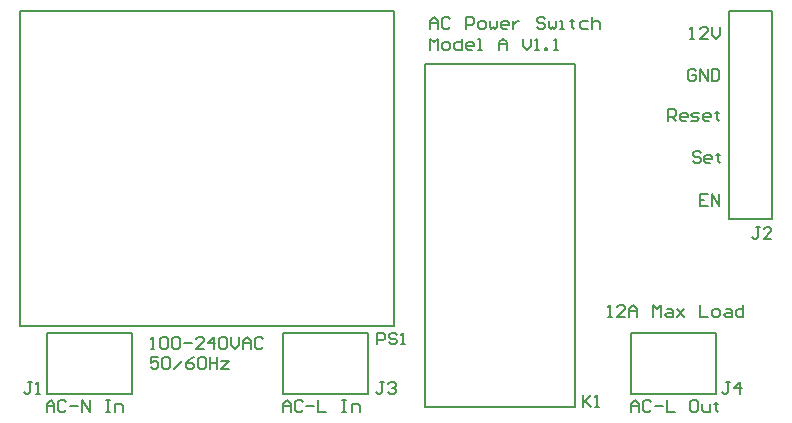
<source format=gto>
G04*
G04 #@! TF.GenerationSoftware,Altium Limited,Altium Designer,19.0.5 (141)*
G04*
G04 Layer_Color=65535*
%FSLAX25Y25*%
%MOIN*%
G70*
G01*
G75*
%ADD10C,0.00787*%
D10*
X2559Y30118D02*
Y135236D01*
X127362D01*
Y30118D02*
Y135236D01*
X2559Y30118D02*
X127362D01*
X238976Y65748D02*
Y135039D01*
Y65748D02*
X253150D01*
Y135039D01*
X238976D02*
X253150D01*
X137402Y3150D02*
Y117323D01*
Y3150D02*
X187402D01*
Y117323D01*
X137402D02*
X187402D01*
X11417Y7480D02*
X39764D01*
X11417Y27953D02*
X39764D01*
Y7480D02*
Y27953D01*
X11417Y7480D02*
Y27953D01*
X90158D02*
X118504D01*
X90158Y7480D02*
X118504D01*
X90158D02*
Y27953D01*
X118504Y7480D02*
Y27953D01*
X206299D02*
X234646D01*
X206299Y7480D02*
X234646D01*
X206299D02*
Y27953D01*
X234646Y7480D02*
Y27953D01*
X198425Y33071D02*
X199737D01*
X199081D01*
Y37007D01*
X198425Y36351D01*
X204329Y33071D02*
X201705D01*
X204329Y35695D01*
Y36351D01*
X203673Y37007D01*
X202361D01*
X201705Y36351D01*
X205641Y33071D02*
Y35695D01*
X206953Y37007D01*
X208264Y35695D01*
Y33071D01*
Y35039D01*
X205641D01*
X213512Y33071D02*
Y37007D01*
X214824Y35695D01*
X216136Y37007D01*
Y33071D01*
X218104Y35695D02*
X219416D01*
X220072Y35039D01*
Y33071D01*
X218104D01*
X217448Y33727D01*
X218104Y34383D01*
X220072D01*
X221384Y35695D02*
X224008Y33071D01*
X222696Y34383D01*
X224008Y35695D01*
X221384Y33071D01*
X229255Y37007D02*
Y33071D01*
X231879D01*
X233847D02*
X235159D01*
X235815Y33727D01*
Y35039D01*
X235159Y35695D01*
X233847D01*
X233191Y35039D01*
Y33727D01*
X233847Y33071D01*
X237783Y35695D02*
X239094D01*
X239751Y35039D01*
Y33071D01*
X237783D01*
X237127Y33727D01*
X237783Y34383D01*
X239751D01*
X243686Y37007D02*
Y33071D01*
X241718D01*
X241062Y33727D01*
Y35039D01*
X241718Y35695D01*
X243686D01*
X48687Y19684D02*
X46063D01*
Y17716D01*
X47375Y18372D01*
X48031D01*
X48687Y17716D01*
Y16404D01*
X48031Y15748D01*
X46719D01*
X46063Y16404D01*
X49999Y19028D02*
X50655Y19684D01*
X51967D01*
X52623Y19028D01*
Y16404D01*
X51967Y15748D01*
X50655D01*
X49999Y16404D01*
Y19028D01*
X53935Y15748D02*
X56558Y18372D01*
X60494Y19684D02*
X59182Y19028D01*
X57870Y17716D01*
Y16404D01*
X58526Y15748D01*
X59838D01*
X60494Y16404D01*
Y17060D01*
X59838Y17716D01*
X57870D01*
X61806Y19028D02*
X62462Y19684D01*
X63774D01*
X64430Y19028D01*
Y16404D01*
X63774Y15748D01*
X62462D01*
X61806Y16404D01*
Y19028D01*
X65742Y19684D02*
Y15748D01*
Y17716D01*
X68366D01*
Y19684D01*
Y15748D01*
X69677Y18372D02*
X72301D01*
X69677Y15748D01*
X72301D01*
X46063Y22441D02*
X47375D01*
X46719D01*
Y26377D01*
X46063Y25721D01*
X49343D02*
X49999Y26377D01*
X51311D01*
X51967Y25721D01*
Y23097D01*
X51311Y22441D01*
X49999D01*
X49343Y23097D01*
Y25721D01*
X53278D02*
X53935Y26377D01*
X55246D01*
X55902Y25721D01*
Y23097D01*
X55246Y22441D01*
X53935D01*
X53278Y23097D01*
Y25721D01*
X57214Y24409D02*
X59838D01*
X63774Y22441D02*
X61150D01*
X63774Y25065D01*
Y25721D01*
X63118Y26377D01*
X61806D01*
X61150Y25721D01*
X67054Y22441D02*
Y26377D01*
X65086Y24409D01*
X67710D01*
X69021Y25721D02*
X69677Y26377D01*
X70989D01*
X71645Y25721D01*
Y23097D01*
X70989Y22441D01*
X69677D01*
X69021Y23097D01*
Y25721D01*
X72957Y26377D02*
Y23753D01*
X74269Y22441D01*
X75581Y23753D01*
Y26377D01*
X76893Y22441D02*
Y25065D01*
X78205Y26377D01*
X79517Y25065D01*
Y22441D01*
Y24409D01*
X76893D01*
X83452Y25721D02*
X82797Y26377D01*
X81485D01*
X80829Y25721D01*
Y23097D01*
X81485Y22441D01*
X82797D01*
X83452Y23097D01*
X139370Y122047D02*
Y125983D01*
X140682Y124671D01*
X141994Y125983D01*
Y122047D01*
X143962D02*
X145274D01*
X145930Y122703D01*
Y124015D01*
X145274Y124671D01*
X143962D01*
X143306Y124015D01*
Y122703D01*
X143962Y122047D01*
X149865Y125983D02*
Y122047D01*
X147898D01*
X147242Y122703D01*
Y124015D01*
X147898Y124671D01*
X149865D01*
X153145Y122047D02*
X151833D01*
X151177Y122703D01*
Y124015D01*
X151833Y124671D01*
X153145D01*
X153801Y124015D01*
Y123359D01*
X151177D01*
X155113Y122047D02*
X156425D01*
X155769D01*
Y125983D01*
X155113D01*
X162329Y122047D02*
Y124671D01*
X163640Y125983D01*
X164952Y124671D01*
Y122047D01*
Y124015D01*
X162329D01*
X170200Y125983D02*
Y123359D01*
X171512Y122047D01*
X172824Y123359D01*
Y125983D01*
X174136Y122047D02*
X175448D01*
X174792D01*
Y125983D01*
X174136Y125327D01*
X177416Y122047D02*
Y122703D01*
X178071D01*
Y122047D01*
X177416D01*
X180695D02*
X182007D01*
X181351D01*
Y125983D01*
X180695Y125327D01*
X139370Y129134D02*
Y131758D01*
X140682Y133070D01*
X141994Y131758D01*
Y129134D01*
Y131102D01*
X139370D01*
X145930Y132414D02*
X145274Y133070D01*
X143962D01*
X143306Y132414D01*
Y129790D01*
X143962Y129134D01*
X145274D01*
X145930Y129790D01*
X151177Y129134D02*
Y133070D01*
X153145D01*
X153801Y132414D01*
Y131102D01*
X153145Y130446D01*
X151177D01*
X155769Y129134D02*
X157081D01*
X157737Y129790D01*
Y131102D01*
X157081Y131758D01*
X155769D01*
X155113Y131102D01*
Y129790D01*
X155769Y129134D01*
X159049Y131758D02*
Y129790D01*
X159705Y129134D01*
X160361Y129790D01*
X161017Y129134D01*
X161673Y129790D01*
Y131758D01*
X164952Y129134D02*
X163640D01*
X162985Y129790D01*
Y131102D01*
X163640Y131758D01*
X164952D01*
X165608Y131102D01*
Y130446D01*
X162985D01*
X166920Y131758D02*
Y129134D01*
Y130446D01*
X167576Y131102D01*
X168232Y131758D01*
X168888D01*
X177416Y132414D02*
X176760Y133070D01*
X175448D01*
X174792Y132414D01*
Y131758D01*
X175448Y131102D01*
X176760D01*
X177416Y130446D01*
Y129790D01*
X176760Y129134D01*
X175448D01*
X174792Y129790D01*
X178727Y131758D02*
Y129790D01*
X179383Y129134D01*
X180039Y129790D01*
X180695Y129134D01*
X181351Y129790D01*
Y131758D01*
X182663Y129134D02*
X183975D01*
X183319D01*
Y131758D01*
X182663D01*
X186599Y132414D02*
Y131758D01*
X185943D01*
X187255D01*
X186599D01*
Y129790D01*
X187255Y129134D01*
X191847Y131758D02*
X189879D01*
X189223Y131102D01*
Y129790D01*
X189879Y129134D01*
X191847D01*
X193158Y133070D02*
Y129134D01*
Y131102D01*
X193815Y131758D01*
X195126D01*
X195782Y131102D01*
Y129134D01*
X206299Y1575D02*
Y4199D01*
X207611Y5511D01*
X208923Y4199D01*
Y1575D01*
Y3543D01*
X206299D01*
X212859Y4855D02*
X212203Y5511D01*
X210891D01*
X210235Y4855D01*
Y2231D01*
X210891Y1575D01*
X212203D01*
X212859Y2231D01*
X214171Y3543D02*
X216794D01*
X218106Y5511D02*
Y1575D01*
X220730D01*
X227946Y5511D02*
X226634D01*
X225978Y4855D01*
Y2231D01*
X226634Y1575D01*
X227946D01*
X228602Y2231D01*
Y4855D01*
X227946Y5511D01*
X229914Y4199D02*
Y2231D01*
X230570Y1575D01*
X232538D01*
Y4199D01*
X234505Y4855D02*
Y4199D01*
X233849D01*
X235161D01*
X234505D01*
Y2231D01*
X235161Y1575D01*
X90158D02*
Y4199D01*
X91469Y5511D01*
X92781Y4199D01*
Y1575D01*
Y3543D01*
X90158D01*
X96717Y4855D02*
X96061Y5511D01*
X94749D01*
X94093Y4855D01*
Y2231D01*
X94749Y1575D01*
X96061D01*
X96717Y2231D01*
X98029Y3543D02*
X100653D01*
X101965Y5511D02*
Y1575D01*
X104588D01*
X109836Y5511D02*
X111148D01*
X110492D01*
Y1575D01*
X109836D01*
X111148D01*
X113116D02*
Y4199D01*
X115084D01*
X115740Y3543D01*
Y1575D01*
X11417D02*
Y4199D01*
X12729Y5511D01*
X14041Y4199D01*
Y1575D01*
Y3543D01*
X11417D01*
X17977Y4855D02*
X17321Y5511D01*
X16009D01*
X15353Y4855D01*
Y2231D01*
X16009Y1575D01*
X17321D01*
X17977Y2231D01*
X19289Y3543D02*
X21913D01*
X23224Y1575D02*
Y5511D01*
X25848Y1575D01*
Y5511D01*
X31096D02*
X32408D01*
X31752D01*
Y1575D01*
X31096D01*
X32408D01*
X34376D02*
Y4199D01*
X36344D01*
X37000Y3543D01*
Y1575D01*
X231758Y74015D02*
X229134D01*
Y70079D01*
X231758D01*
X229134Y72047D02*
X230446D01*
X233070Y70079D02*
Y74015D01*
X235693Y70079D01*
Y74015D01*
X229396Y87925D02*
X228740Y88581D01*
X227428D01*
X226772Y87925D01*
Y87270D01*
X227428Y86614D01*
X228740D01*
X229396Y85958D01*
Y85302D01*
X228740Y84646D01*
X227428D01*
X226772Y85302D01*
X232675Y84646D02*
X231363D01*
X230707Y85302D01*
Y86614D01*
X231363Y87270D01*
X232675D01*
X233331Y86614D01*
Y85958D01*
X230707D01*
X235299Y87925D02*
Y87270D01*
X234643D01*
X235955D01*
X235299D01*
Y85302D01*
X235955Y84646D01*
X218504Y98425D02*
Y102361D01*
X220472D01*
X221128Y101705D01*
Y100393D01*
X220472Y99737D01*
X218504D01*
X219816D02*
X221128Y98425D01*
X224408D02*
X223096D01*
X222440Y99081D01*
Y100393D01*
X223096Y101049D01*
X224408D01*
X225063Y100393D01*
Y99737D01*
X222440D01*
X226375Y98425D02*
X228343D01*
X228999Y99081D01*
X228343Y99737D01*
X227031D01*
X226375Y100393D01*
X227031Y101049D01*
X228999D01*
X232279Y98425D02*
X230967D01*
X230311Y99081D01*
Y100393D01*
X230967Y101049D01*
X232279D01*
X232935Y100393D01*
Y99737D01*
X230311D01*
X234903Y101705D02*
Y101049D01*
X234247D01*
X235559D01*
X234903D01*
Y99081D01*
X235559Y98425D01*
X227821Y115091D02*
X227165Y115747D01*
X225853D01*
X225197Y115091D01*
Y112467D01*
X225853Y111811D01*
X227165D01*
X227821Y112467D01*
Y113779D01*
X226509D01*
X229133Y111811D02*
Y115747D01*
X231756Y111811D01*
Y115747D01*
X233068D02*
Y111811D01*
X235036D01*
X235692Y112467D01*
Y115091D01*
X235036Y115747D01*
X233068D01*
X225984Y125984D02*
X227296D01*
X226640D01*
Y129920D01*
X225984Y129264D01*
X231888Y125984D02*
X229264D01*
X231888Y128608D01*
Y129264D01*
X231232Y129920D01*
X229920D01*
X229264Y129264D01*
X233200Y129920D02*
Y127296D01*
X234512Y125984D01*
X235824Y127296D01*
Y129920D01*
X121653Y24016D02*
Y27951D01*
X123621D01*
X124277Y27296D01*
Y25984D01*
X123621Y25328D01*
X121653D01*
X128213Y27296D02*
X127557Y27951D01*
X126245D01*
X125589Y27296D01*
Y26640D01*
X126245Y25984D01*
X127557D01*
X128213Y25328D01*
Y24672D01*
X127557Y24016D01*
X126245D01*
X125589Y24672D01*
X129525Y24016D02*
X130837D01*
X130181D01*
Y27951D01*
X129525Y27296D01*
X190157Y7085D02*
Y3150D01*
Y4462D01*
X192781Y7085D01*
X190813Y5117D01*
X192781Y3150D01*
X194093D02*
X195405D01*
X194749D01*
Y7085D01*
X194093Y6429D01*
X239238Y11416D02*
X237926D01*
X238582D01*
Y8136D01*
X237926Y7480D01*
X237270D01*
X236614Y8136D01*
X242518Y7480D02*
Y11416D01*
X240550Y9448D01*
X243174D01*
X123884Y11416D02*
X122572D01*
X123228D01*
Y8136D01*
X122572Y7480D01*
X121916D01*
X121260Y8136D01*
X125196Y10760D02*
X125852Y11416D01*
X127163D01*
X127819Y10760D01*
Y10104D01*
X127163Y9448D01*
X126507D01*
X127163D01*
X127819Y8792D01*
Y8136D01*
X127163Y7480D01*
X125852D01*
X125196Y8136D01*
X249080Y62991D02*
X247769D01*
X248425D01*
Y59711D01*
X247769Y59055D01*
X247113D01*
X246457Y59711D01*
X253016Y59055D02*
X250392D01*
X253016Y61679D01*
Y62335D01*
X252360Y62991D01*
X251048D01*
X250392Y62335D01*
X6561Y11416D02*
X5249D01*
X5905D01*
Y8136D01*
X5249Y7480D01*
X4593D01*
X3937Y8136D01*
X7873Y7480D02*
X9185D01*
X8529D01*
Y11416D01*
X7873Y10760D01*
M02*

</source>
